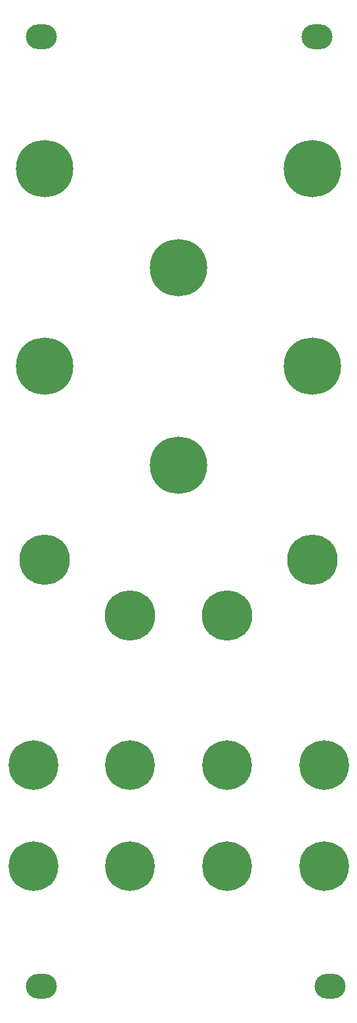
<source format=gbr>
%TF.GenerationSoftware,KiCad,Pcbnew,9.0.6*%
%TF.CreationDate,2025-12-17T11:16:36-05:00*%
%TF.ProjectId,lichen-crustose-panel,6c696368-656e-42d6-9372-7573746f7365,rev?*%
%TF.SameCoordinates,Original*%
%TF.FileFunction,Soldermask,Bot*%
%TF.FilePolarity,Negative*%
%FSLAX46Y46*%
G04 Gerber Fmt 4.6, Leading zero omitted, Abs format (unit mm)*
G04 Created by KiCad (PCBNEW 9.0.6) date 2025-12-17 11:16:36*
%MOMM*%
%LPD*%
G01*
G04 APERTURE LIST*
G04 Aperture macros list*
%AMRoundRect*
0 Rectangle with rounded corners*
0 $1 Rounding radius*
0 $2 $3 $4 $5 $6 $7 $8 $9 X,Y pos of 4 corners*
0 Add a 4 corners polygon primitive as box body*
4,1,4,$2,$3,$4,$5,$6,$7,$8,$9,$2,$3,0*
0 Add four circle primitives for the rounded corners*
1,1,$1+$1,$2,$3*
1,1,$1+$1,$4,$5*
1,1,$1+$1,$6,$7*
1,1,$1+$1,$8,$9*
0 Add four rect primitives between the rounded corners*
20,1,$1+$1,$2,$3,$4,$5,0*
20,1,$1+$1,$4,$5,$6,$7,0*
20,1,$1+$1,$6,$7,$8,$9,0*
20,1,$1+$1,$8,$9,$2,$3,0*%
G04 Aperture macros list end*
%ADD10C,7.400000*%
%ADD11C,6.400000*%
%ADD12C,6.500000*%
%ADD13RoundRect,1.600000X-0.400000X-0.000010X0.400000X-0.000010X0.400000X0.000010X-0.400000X0.000010X0*%
G04 APERTURE END LIST*
D10*
%TO.C,H6*%
X125250000Y-158250000D03*
%TD*%
D11*
%TO.C,H16*%
X119000000Y-210000000D03*
%TD*%
D10*
%TO.C,H4*%
X108000000Y-145500000D03*
%TD*%
D12*
%TO.C,H8*%
X119000000Y-177700000D03*
%TD*%
D10*
%TO.C,H5*%
X142500000Y-145500000D03*
%TD*%
D13*
%TO.C,H20*%
X143060000Y-103000000D03*
%TD*%
D12*
%TO.C,H7*%
X108000000Y-170500000D03*
%TD*%
D11*
%TO.C,H11*%
X106500000Y-197000000D03*
%TD*%
D13*
%TO.C,H21*%
X107500000Y-225500000D03*
%TD*%
D10*
%TO.C,H2*%
X142500000Y-120000000D03*
%TD*%
D12*
%TO.C,H10*%
X142500000Y-170500000D03*
%TD*%
%TO.C,H7*%
X131500000Y-177700000D03*
%TD*%
D11*
%TO.C,H18*%
X144000000Y-210000000D03*
%TD*%
%TO.C,H15*%
X106500000Y-210000000D03*
%TD*%
%TO.C,H14*%
X144000000Y-197000000D03*
%TD*%
D10*
%TO.C,H3*%
X125250000Y-132750000D03*
%TD*%
D11*
%TO.C,H9*%
X131500000Y-197000000D03*
%TD*%
%TO.C,H17*%
X131500000Y-210000000D03*
%TD*%
D13*
%TO.C,H19*%
X107500000Y-103000000D03*
%TD*%
%TO.C,H22*%
X144750000Y-225500000D03*
%TD*%
D11*
%TO.C,H12*%
X119000000Y-197000000D03*
%TD*%
D10*
%TO.C,H1*%
X108000000Y-120000000D03*
%TD*%
M02*

</source>
